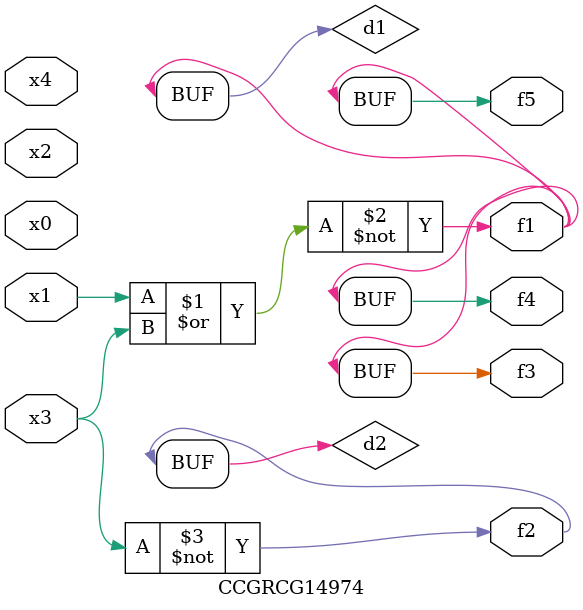
<source format=v>
module CCGRCG14974(
	input x0, x1, x2, x3, x4,
	output f1, f2, f3, f4, f5
);

	wire d1, d2;

	nor (d1, x1, x3);
	not (d2, x3);
	assign f1 = d1;
	assign f2 = d2;
	assign f3 = d1;
	assign f4 = d1;
	assign f5 = d1;
endmodule

</source>
